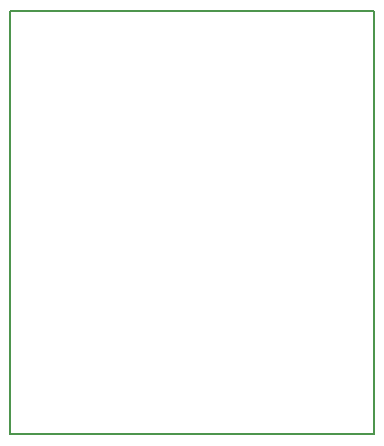
<source format=gm1>
G04 MADE WITH FRITZING*
G04 WWW.FRITZING.ORG*
G04 DOUBLE SIDED*
G04 HOLES PLATED*
G04 CONTOUR ON CENTER OF CONTOUR VECTOR*
%ASAXBY*%
%FSLAX23Y23*%
%MOIN*%
%OFA0B0*%
%SFA1.0B1.0*%
%ADD10R,1.220470X1.417320*%
%ADD11C,0.008000*%
%ADD10C,0.008*%
%LNCONTOUR*%
G90*
G70*
G54D10*
G54D11*
X4Y1413D02*
X1216Y1413D01*
X1216Y4D01*
X4Y4D01*
X4Y1413D01*
D02*
G04 End of contour*
M02*
</source>
